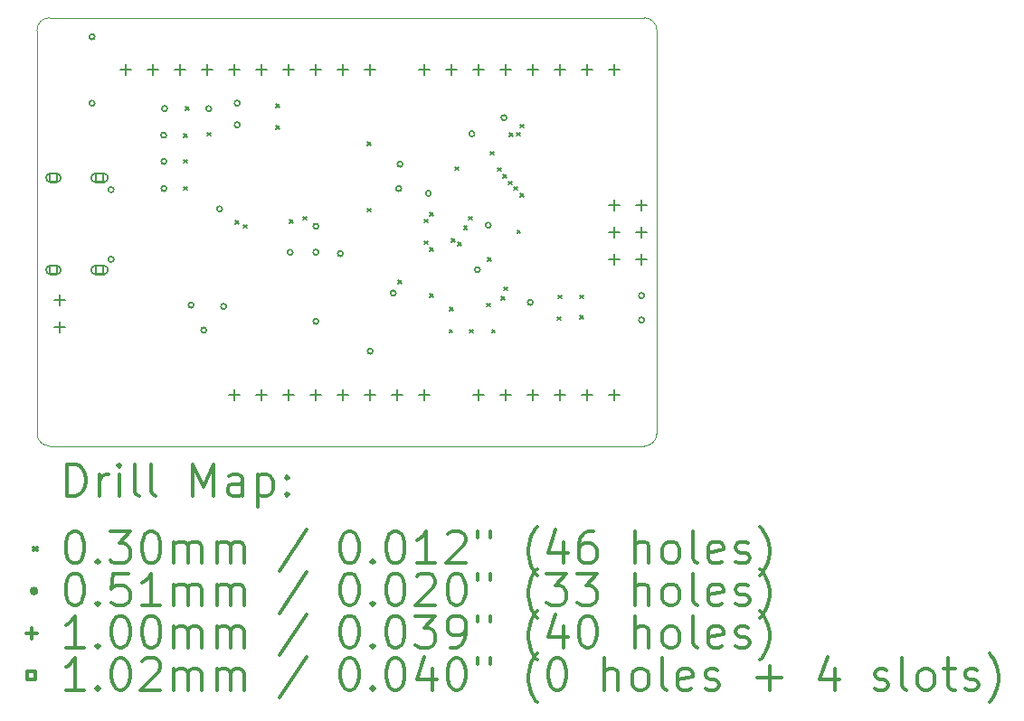
<source format=gbr>
%FSLAX45Y45*%
G04 Gerber Fmt 4.5, Leading zero omitted, Abs format (unit mm)*
G04 Created by KiCad (PCBNEW (5.1.2-1)-1) date 2019-12-21 14:34:48*
%MOMM*%
%LPD*%
G04 APERTURE LIST*
%ADD10C,0.050000*%
%ADD11C,0.049987*%
%ADD12C,0.200000*%
%ADD13C,0.300000*%
G04 APERTURE END LIST*
D10*
X1315720Y-14502280D02*
X6883400Y-14503400D01*
X1315720Y-18515480D02*
X6883400Y-18516600D01*
X7000240Y-18399760D02*
X7000240Y-14620240D01*
X1199023Y-14620240D02*
X1200000Y-18399760D01*
D11*
X6883400Y-14503400D02*
G75*
G02X7000240Y-14620240I0J-116840D01*
G01*
X7000240Y-18399760D02*
G75*
G02X6883400Y-18516600I-116840J0D01*
G01*
X1315720Y-18515480D02*
G75*
G02X1200000Y-18399760I0J115720D01*
G01*
X1199023Y-14620240D02*
G75*
G02X1315720Y-14502280I117967J0D01*
G01*
D12*
X2575800Y-15593300D02*
X2605800Y-15623300D01*
X2605800Y-15593300D02*
X2575800Y-15623300D01*
X2575800Y-15834600D02*
X2605800Y-15864600D01*
X2605800Y-15834600D02*
X2575800Y-15864600D01*
X2575800Y-16088600D02*
X2605800Y-16118600D01*
X2605800Y-16088600D02*
X2575800Y-16118600D01*
X2588500Y-15339300D02*
X2618500Y-15369300D01*
X2618500Y-15339300D02*
X2588500Y-15369300D01*
X2791700Y-15580600D02*
X2821700Y-15610600D01*
X2821700Y-15580600D02*
X2791700Y-15610600D01*
X3058400Y-16402650D02*
X3088400Y-16432650D01*
X3088400Y-16402650D02*
X3058400Y-16432650D01*
X3134600Y-16444200D02*
X3164600Y-16474200D01*
X3164600Y-16444200D02*
X3134600Y-16474200D01*
X3439400Y-15310999D02*
X3469400Y-15340999D01*
X3469400Y-15310999D02*
X3439400Y-15340999D01*
X3439400Y-15517100D02*
X3469400Y-15547100D01*
X3469400Y-15517100D02*
X3439400Y-15547100D01*
X3563700Y-16396300D02*
X3593700Y-16426300D01*
X3593700Y-16396300D02*
X3563700Y-16426300D01*
X3693400Y-16368000D02*
X3723400Y-16398000D01*
X3723400Y-16368000D02*
X3693400Y-16398000D01*
X4290300Y-15669500D02*
X4320300Y-15699500D01*
X4320300Y-15669500D02*
X4290300Y-15699500D01*
X4290300Y-16291800D02*
X4320300Y-16321800D01*
X4320300Y-16291800D02*
X4290300Y-16321800D01*
X4582400Y-16964900D02*
X4612400Y-16994900D01*
X4612400Y-16964900D02*
X4582400Y-16994900D01*
X4823700Y-16393400D02*
X4853700Y-16423400D01*
X4853700Y-16393400D02*
X4823700Y-16423400D01*
X4823700Y-16596600D02*
X4853700Y-16626600D01*
X4853700Y-16596600D02*
X4823700Y-16626600D01*
X4874500Y-16329900D02*
X4904500Y-16359900D01*
X4904500Y-16329900D02*
X4874500Y-16359900D01*
X4874500Y-16660100D02*
X4904500Y-16690100D01*
X4904500Y-16660100D02*
X4874500Y-16690100D01*
X4877071Y-17089329D02*
X4907071Y-17119329D01*
X4907071Y-17089329D02*
X4877071Y-17119329D01*
X5060000Y-17425000D02*
X5090000Y-17455000D01*
X5090000Y-17425000D02*
X5060000Y-17455000D01*
X5065000Y-17218900D02*
X5095000Y-17248900D01*
X5095000Y-17218900D02*
X5065000Y-17248900D01*
X5078171Y-16571671D02*
X5108171Y-16601671D01*
X5108171Y-16571671D02*
X5078171Y-16601671D01*
X5113679Y-15900221D02*
X5143679Y-15930221D01*
X5143679Y-15900221D02*
X5113679Y-15930221D01*
X5141200Y-16609300D02*
X5171200Y-16639300D01*
X5171200Y-16609300D02*
X5141200Y-16639300D01*
X5192941Y-16456900D02*
X5222941Y-16486900D01*
X5222941Y-16456900D02*
X5192941Y-16486900D01*
X5240841Y-16368000D02*
X5270841Y-16398000D01*
X5270841Y-16368000D02*
X5240841Y-16398000D01*
X5250000Y-17425000D02*
X5280000Y-17455000D01*
X5280000Y-17425000D02*
X5250000Y-17455000D01*
X5407900Y-17180800D02*
X5437900Y-17210800D01*
X5437900Y-17180800D02*
X5407900Y-17210800D01*
X5416685Y-16752915D02*
X5446685Y-16782915D01*
X5446685Y-16752915D02*
X5416685Y-16782915D01*
X5446000Y-15758400D02*
X5476000Y-15788400D01*
X5476000Y-15758400D02*
X5446000Y-15788400D01*
X5455000Y-17425000D02*
X5485000Y-17455000D01*
X5485000Y-17425000D02*
X5455000Y-17455000D01*
X5509500Y-15910800D02*
X5539500Y-15940800D01*
X5539500Y-15910800D02*
X5509500Y-15940800D01*
X5547600Y-17117300D02*
X5577600Y-17147300D01*
X5577600Y-17117300D02*
X5547600Y-17147300D01*
X5560300Y-15974300D02*
X5590300Y-16004300D01*
X5590300Y-15974300D02*
X5560300Y-16004300D01*
X5573000Y-17028400D02*
X5603000Y-17058400D01*
X5603000Y-17028400D02*
X5573000Y-17058400D01*
X5611100Y-16037800D02*
X5641100Y-16067800D01*
X5641100Y-16037800D02*
X5611100Y-16067800D01*
X5619570Y-15584829D02*
X5649570Y-15614829D01*
X5649570Y-15584829D02*
X5619570Y-15614829D01*
X5661900Y-16088600D02*
X5691900Y-16118600D01*
X5691900Y-16088600D02*
X5661900Y-16118600D01*
X5687300Y-15580600D02*
X5717300Y-15610600D01*
X5717300Y-15580600D02*
X5687300Y-15610600D01*
X5693720Y-16495000D02*
X5723720Y-16525000D01*
X5723720Y-16495000D02*
X5693720Y-16525000D01*
X5725399Y-16152100D02*
X5755399Y-16182100D01*
X5755399Y-16152100D02*
X5725399Y-16182100D01*
X5725400Y-15504400D02*
X5755400Y-15534400D01*
X5755400Y-15504400D02*
X5725400Y-15534400D01*
X6068300Y-17307800D02*
X6098300Y-17337800D01*
X6098300Y-17307800D02*
X6068300Y-17337800D01*
X6081000Y-17104600D02*
X6111000Y-17134600D01*
X6111000Y-17104600D02*
X6081000Y-17134600D01*
X6284200Y-17104600D02*
X6314200Y-17134600D01*
X6314200Y-17104600D02*
X6284200Y-17134600D01*
X6284200Y-17295100D02*
X6314200Y-17325100D01*
X6314200Y-17295100D02*
X6284200Y-17325100D01*
X1739900Y-14681200D02*
G75*
G03X1739900Y-14681200I-25400J0D01*
G01*
X1739900Y-15303500D02*
G75*
G03X1739900Y-15303500I-25400J0D01*
G01*
X1917700Y-16114001D02*
G75*
G03X1917700Y-16114001I-25400J0D01*
G01*
X1917700Y-16766299D02*
G75*
G03X1917700Y-16766299I-25400J0D01*
G01*
X2410460Y-15603220D02*
G75*
G03X2410460Y-15603220I-25400J0D01*
G01*
X2413000Y-15849600D02*
G75*
G03X2413000Y-15849600I-25400J0D01*
G01*
X2413000Y-16103600D02*
G75*
G03X2413000Y-16103600I-25400J0D01*
G01*
X2418080Y-15354300D02*
G75*
G03X2418080Y-15354300I-25400J0D01*
G01*
X2667000Y-17195800D02*
G75*
G03X2667000Y-17195800I-25400J0D01*
G01*
X2785400Y-17430000D02*
G75*
G03X2785400Y-17430000I-25400J0D01*
G01*
X2832100Y-15354300D02*
G75*
G03X2832100Y-15354300I-25400J0D01*
G01*
X2933700Y-16294100D02*
G75*
G03X2933700Y-16294100I-25400J0D01*
G01*
X2971800Y-17208500D02*
G75*
G03X2971800Y-17208500I-25400J0D01*
G01*
X3098800Y-15303500D02*
G75*
G03X3098800Y-15303500I-25400J0D01*
G01*
X3098800Y-15303500D02*
G75*
G03X3098800Y-15303500I-25400J0D01*
G01*
X3098800Y-15506700D02*
G75*
G03X3098800Y-15506700I-25400J0D01*
G01*
X3594100Y-16700500D02*
G75*
G03X3594100Y-16700500I-25400J0D01*
G01*
X3835400Y-16456949D02*
G75*
G03X3835400Y-16456949I-25400J0D01*
G01*
X3835400Y-16700500D02*
G75*
G03X3835400Y-16700500I-25400J0D01*
G01*
X3835400Y-17348200D02*
G75*
G03X3835400Y-17348200I-25400J0D01*
G01*
X4064000Y-16713200D02*
G75*
G03X4064000Y-16713200I-25400J0D01*
G01*
X4343400Y-17627600D02*
G75*
G03X4343400Y-17627600I-25400J0D01*
G01*
X4558472Y-17082328D02*
G75*
G03X4558472Y-17082328I-25400J0D01*
G01*
X4610100Y-16103600D02*
G75*
G03X4610100Y-16103600I-25400J0D01*
G01*
X4622800Y-15875000D02*
G75*
G03X4622800Y-15875000I-25400J0D01*
G01*
X4887250Y-16149259D02*
G75*
G03X4887250Y-16149259I-25400J0D01*
G01*
X5295400Y-15590000D02*
G75*
G03X5295400Y-15590000I-25400J0D01*
G01*
X5346700Y-16863808D02*
G75*
G03X5346700Y-16863808I-25400J0D01*
G01*
X5448300Y-16446500D02*
G75*
G03X5448300Y-16446500I-25400J0D01*
G01*
X5595400Y-15440000D02*
G75*
G03X5595400Y-15440000I-25400J0D01*
G01*
X5842000Y-17170400D02*
G75*
G03X5842000Y-17170400I-25400J0D01*
G01*
X6883400Y-17106900D02*
G75*
G03X6883400Y-17106900I-25400J0D01*
G01*
X6883400Y-17335500D02*
G75*
G03X6883400Y-17335500I-25400J0D01*
G01*
X4826000Y-14936000D02*
X4826000Y-15036000D01*
X4776000Y-14986000D02*
X4876000Y-14986000D01*
X5080000Y-14936000D02*
X5080000Y-15036000D01*
X5030000Y-14986000D02*
X5130000Y-14986000D01*
X5334000Y-14936000D02*
X5334000Y-15036000D01*
X5284000Y-14986000D02*
X5384000Y-14986000D01*
X5588000Y-14936000D02*
X5588000Y-15036000D01*
X5538000Y-14986000D02*
X5638000Y-14986000D01*
X5842000Y-14936000D02*
X5842000Y-15036000D01*
X5792000Y-14986000D02*
X5892000Y-14986000D01*
X6096000Y-14936000D02*
X6096000Y-15036000D01*
X6046000Y-14986000D02*
X6146000Y-14986000D01*
X6350000Y-14936000D02*
X6350000Y-15036000D01*
X6300000Y-14986000D02*
X6400000Y-14986000D01*
X6604000Y-14936000D02*
X6604000Y-15036000D01*
X6554000Y-14986000D02*
X6654000Y-14986000D01*
X6604000Y-16206000D02*
X6604000Y-16306000D01*
X6554000Y-16256000D02*
X6654000Y-16256000D01*
X6604000Y-16460000D02*
X6604000Y-16560000D01*
X6554000Y-16510000D02*
X6654000Y-16510000D01*
X6604000Y-16714000D02*
X6604000Y-16814000D01*
X6554000Y-16764000D02*
X6654000Y-16764000D01*
X6858000Y-16206000D02*
X6858000Y-16306000D01*
X6808000Y-16256000D02*
X6908000Y-16256000D01*
X6858000Y-16460000D02*
X6858000Y-16560000D01*
X6808000Y-16510000D02*
X6908000Y-16510000D01*
X6858000Y-16714000D02*
X6858000Y-16814000D01*
X6808000Y-16764000D02*
X6908000Y-16764000D01*
X5334000Y-17984000D02*
X5334000Y-18084000D01*
X5284000Y-18034000D02*
X5384000Y-18034000D01*
X5588000Y-17984000D02*
X5588000Y-18084000D01*
X5538000Y-18034000D02*
X5638000Y-18034000D01*
X5842000Y-17984000D02*
X5842000Y-18084000D01*
X5792000Y-18034000D02*
X5892000Y-18034000D01*
X6096000Y-17984000D02*
X6096000Y-18084000D01*
X6046000Y-18034000D02*
X6146000Y-18034000D01*
X6350000Y-17984000D02*
X6350000Y-18084000D01*
X6300000Y-18034000D02*
X6400000Y-18034000D01*
X6604000Y-17984000D02*
X6604000Y-18084000D01*
X6554000Y-18034000D02*
X6654000Y-18034000D01*
X2032000Y-14936000D02*
X2032000Y-15036000D01*
X1982000Y-14986000D02*
X2082000Y-14986000D01*
X2286000Y-14936000D02*
X2286000Y-15036000D01*
X2236000Y-14986000D02*
X2336000Y-14986000D01*
X2540000Y-14936000D02*
X2540000Y-15036000D01*
X2490000Y-14986000D02*
X2590000Y-14986000D01*
X2794000Y-14936000D02*
X2794000Y-15036000D01*
X2744000Y-14986000D02*
X2844000Y-14986000D01*
X3048000Y-14936000D02*
X3048000Y-15036000D01*
X2998000Y-14986000D02*
X3098000Y-14986000D01*
X3302000Y-14936000D02*
X3302000Y-15036000D01*
X3252000Y-14986000D02*
X3352000Y-14986000D01*
X3556000Y-14936000D02*
X3556000Y-15036000D01*
X3506000Y-14986000D02*
X3606000Y-14986000D01*
X3810000Y-14936000D02*
X3810000Y-15036000D01*
X3760000Y-14986000D02*
X3860000Y-14986000D01*
X4064000Y-14936000D02*
X4064000Y-15036000D01*
X4014000Y-14986000D02*
X4114000Y-14986000D01*
X4318000Y-14936000D02*
X4318000Y-15036000D01*
X4268000Y-14986000D02*
X4368000Y-14986000D01*
X1410000Y-17100000D02*
X1410000Y-17200000D01*
X1360000Y-17150000D02*
X1460000Y-17150000D01*
X1410000Y-17354000D02*
X1410000Y-17454000D01*
X1360000Y-17404000D02*
X1460000Y-17404000D01*
X3048000Y-17984000D02*
X3048000Y-18084000D01*
X2998000Y-18034000D02*
X3098000Y-18034000D01*
X3302000Y-17984000D02*
X3302000Y-18084000D01*
X3252000Y-18034000D02*
X3352000Y-18034000D01*
X3556000Y-17984000D02*
X3556000Y-18084000D01*
X3506000Y-18034000D02*
X3606000Y-18034000D01*
X3810000Y-17984000D02*
X3810000Y-18084000D01*
X3760000Y-18034000D02*
X3860000Y-18034000D01*
X4064000Y-17984000D02*
X4064000Y-18084000D01*
X4014000Y-18034000D02*
X4114000Y-18034000D01*
X4318000Y-17984000D02*
X4318000Y-18084000D01*
X4268000Y-18034000D02*
X4368000Y-18034000D01*
X4572000Y-17984000D02*
X4572000Y-18084000D01*
X4522000Y-18034000D02*
X4622000Y-18034000D01*
X4826000Y-17984000D02*
X4826000Y-18084000D01*
X4776000Y-18034000D02*
X4876000Y-18034000D01*
X1389921Y-16037921D02*
X1389921Y-15966079D01*
X1318079Y-15966079D01*
X1318079Y-16037921D01*
X1389921Y-16037921D01*
X1381940Y-15961200D02*
X1326060Y-15961200D01*
X1381940Y-16042800D02*
X1326060Y-16042800D01*
X1326060Y-15961200D02*
G75*
G03X1326060Y-16042800I0J-40800D01*
G01*
X1381940Y-16042800D02*
G75*
G03X1381940Y-15961200I0J40800D01*
G01*
X1389921Y-16901521D02*
X1389921Y-16829679D01*
X1318079Y-16829679D01*
X1318079Y-16901521D01*
X1389921Y-16901521D01*
X1381940Y-16824800D02*
X1326060Y-16824800D01*
X1381940Y-16906400D02*
X1326060Y-16906400D01*
X1326060Y-16824800D02*
G75*
G03X1326060Y-16906400I0J-40800D01*
G01*
X1381940Y-16906400D02*
G75*
G03X1381940Y-16824800I0J40800D01*
G01*
X1821721Y-16037921D02*
X1821721Y-15966079D01*
X1749879Y-15966079D01*
X1749879Y-16037921D01*
X1821721Y-16037921D01*
X1823900Y-15961200D02*
X1747700Y-15961200D01*
X1823900Y-16042800D02*
X1747700Y-16042800D01*
X1747700Y-15961200D02*
G75*
G03X1747700Y-16042800I0J-40800D01*
G01*
X1823900Y-16042800D02*
G75*
G03X1823900Y-15961200I0J40800D01*
G01*
X1821721Y-16901521D02*
X1821721Y-16829679D01*
X1749879Y-16829679D01*
X1749879Y-16901521D01*
X1821721Y-16901521D01*
X1823900Y-16824800D02*
X1747700Y-16824800D01*
X1823900Y-16906400D02*
X1747700Y-16906400D01*
X1747700Y-16824800D02*
G75*
G03X1747700Y-16906400I0J-40800D01*
G01*
X1823900Y-16906400D02*
G75*
G03X1823900Y-16824800I0J40800D01*
G01*
D13*
X1482952Y-18984814D02*
X1482952Y-18684814D01*
X1554380Y-18684814D01*
X1597237Y-18699100D01*
X1625809Y-18727672D01*
X1640094Y-18756243D01*
X1654380Y-18813386D01*
X1654380Y-18856243D01*
X1640094Y-18913386D01*
X1625809Y-18941957D01*
X1597237Y-18970529D01*
X1554380Y-18984814D01*
X1482952Y-18984814D01*
X1782952Y-18984814D02*
X1782952Y-18784814D01*
X1782952Y-18841957D02*
X1797237Y-18813386D01*
X1811523Y-18799100D01*
X1840094Y-18784814D01*
X1868666Y-18784814D01*
X1968666Y-18984814D02*
X1968666Y-18784814D01*
X1968666Y-18684814D02*
X1954380Y-18699100D01*
X1968666Y-18713386D01*
X1982952Y-18699100D01*
X1968666Y-18684814D01*
X1968666Y-18713386D01*
X2154380Y-18984814D02*
X2125809Y-18970529D01*
X2111523Y-18941957D01*
X2111523Y-18684814D01*
X2311523Y-18984814D02*
X2282952Y-18970529D01*
X2268666Y-18941957D01*
X2268666Y-18684814D01*
X2654380Y-18984814D02*
X2654380Y-18684814D01*
X2754380Y-18899100D01*
X2854380Y-18684814D01*
X2854380Y-18984814D01*
X3125809Y-18984814D02*
X3125809Y-18827672D01*
X3111523Y-18799100D01*
X3082952Y-18784814D01*
X3025809Y-18784814D01*
X2997237Y-18799100D01*
X3125809Y-18970529D02*
X3097237Y-18984814D01*
X3025809Y-18984814D01*
X2997237Y-18970529D01*
X2982952Y-18941957D01*
X2982952Y-18913386D01*
X2997237Y-18884814D01*
X3025809Y-18870529D01*
X3097237Y-18870529D01*
X3125809Y-18856243D01*
X3268666Y-18784814D02*
X3268666Y-19084814D01*
X3268666Y-18799100D02*
X3297237Y-18784814D01*
X3354380Y-18784814D01*
X3382952Y-18799100D01*
X3397237Y-18813386D01*
X3411523Y-18841957D01*
X3411523Y-18927672D01*
X3397237Y-18956243D01*
X3382952Y-18970529D01*
X3354380Y-18984814D01*
X3297237Y-18984814D01*
X3268666Y-18970529D01*
X3540094Y-18956243D02*
X3554380Y-18970529D01*
X3540094Y-18984814D01*
X3525809Y-18970529D01*
X3540094Y-18956243D01*
X3540094Y-18984814D01*
X3540094Y-18799100D02*
X3554380Y-18813386D01*
X3540094Y-18827672D01*
X3525809Y-18813386D01*
X3540094Y-18799100D01*
X3540094Y-18827672D01*
X1166523Y-19464100D02*
X1196523Y-19494100D01*
X1196523Y-19464100D02*
X1166523Y-19494100D01*
X1540094Y-19314814D02*
X1568666Y-19314814D01*
X1597237Y-19329100D01*
X1611523Y-19343386D01*
X1625809Y-19371957D01*
X1640094Y-19429100D01*
X1640094Y-19500529D01*
X1625809Y-19557672D01*
X1611523Y-19586243D01*
X1597237Y-19600529D01*
X1568666Y-19614814D01*
X1540094Y-19614814D01*
X1511523Y-19600529D01*
X1497237Y-19586243D01*
X1482952Y-19557672D01*
X1468666Y-19500529D01*
X1468666Y-19429100D01*
X1482952Y-19371957D01*
X1497237Y-19343386D01*
X1511523Y-19329100D01*
X1540094Y-19314814D01*
X1768666Y-19586243D02*
X1782952Y-19600529D01*
X1768666Y-19614814D01*
X1754380Y-19600529D01*
X1768666Y-19586243D01*
X1768666Y-19614814D01*
X1882952Y-19314814D02*
X2068666Y-19314814D01*
X1968666Y-19429100D01*
X2011523Y-19429100D01*
X2040094Y-19443386D01*
X2054380Y-19457672D01*
X2068666Y-19486243D01*
X2068666Y-19557672D01*
X2054380Y-19586243D01*
X2040094Y-19600529D01*
X2011523Y-19614814D01*
X1925809Y-19614814D01*
X1897237Y-19600529D01*
X1882952Y-19586243D01*
X2254380Y-19314814D02*
X2282952Y-19314814D01*
X2311523Y-19329100D01*
X2325809Y-19343386D01*
X2340095Y-19371957D01*
X2354380Y-19429100D01*
X2354380Y-19500529D01*
X2340095Y-19557672D01*
X2325809Y-19586243D01*
X2311523Y-19600529D01*
X2282952Y-19614814D01*
X2254380Y-19614814D01*
X2225809Y-19600529D01*
X2211523Y-19586243D01*
X2197237Y-19557672D01*
X2182952Y-19500529D01*
X2182952Y-19429100D01*
X2197237Y-19371957D01*
X2211523Y-19343386D01*
X2225809Y-19329100D01*
X2254380Y-19314814D01*
X2482952Y-19614814D02*
X2482952Y-19414814D01*
X2482952Y-19443386D02*
X2497237Y-19429100D01*
X2525809Y-19414814D01*
X2568666Y-19414814D01*
X2597237Y-19429100D01*
X2611523Y-19457672D01*
X2611523Y-19614814D01*
X2611523Y-19457672D02*
X2625809Y-19429100D01*
X2654380Y-19414814D01*
X2697237Y-19414814D01*
X2725809Y-19429100D01*
X2740095Y-19457672D01*
X2740095Y-19614814D01*
X2882952Y-19614814D02*
X2882952Y-19414814D01*
X2882952Y-19443386D02*
X2897237Y-19429100D01*
X2925809Y-19414814D01*
X2968666Y-19414814D01*
X2997237Y-19429100D01*
X3011523Y-19457672D01*
X3011523Y-19614814D01*
X3011523Y-19457672D02*
X3025809Y-19429100D01*
X3054380Y-19414814D01*
X3097237Y-19414814D01*
X3125809Y-19429100D01*
X3140094Y-19457672D01*
X3140094Y-19614814D01*
X3725809Y-19300529D02*
X3468666Y-19686243D01*
X4111523Y-19314814D02*
X4140094Y-19314814D01*
X4168666Y-19329100D01*
X4182952Y-19343386D01*
X4197237Y-19371957D01*
X4211523Y-19429100D01*
X4211523Y-19500529D01*
X4197237Y-19557672D01*
X4182952Y-19586243D01*
X4168666Y-19600529D01*
X4140094Y-19614814D01*
X4111523Y-19614814D01*
X4082952Y-19600529D01*
X4068666Y-19586243D01*
X4054380Y-19557672D01*
X4040094Y-19500529D01*
X4040094Y-19429100D01*
X4054380Y-19371957D01*
X4068666Y-19343386D01*
X4082952Y-19329100D01*
X4111523Y-19314814D01*
X4340095Y-19586243D02*
X4354380Y-19600529D01*
X4340095Y-19614814D01*
X4325809Y-19600529D01*
X4340095Y-19586243D01*
X4340095Y-19614814D01*
X4540095Y-19314814D02*
X4568666Y-19314814D01*
X4597237Y-19329100D01*
X4611523Y-19343386D01*
X4625809Y-19371957D01*
X4640095Y-19429100D01*
X4640095Y-19500529D01*
X4625809Y-19557672D01*
X4611523Y-19586243D01*
X4597237Y-19600529D01*
X4568666Y-19614814D01*
X4540095Y-19614814D01*
X4511523Y-19600529D01*
X4497237Y-19586243D01*
X4482952Y-19557672D01*
X4468666Y-19500529D01*
X4468666Y-19429100D01*
X4482952Y-19371957D01*
X4497237Y-19343386D01*
X4511523Y-19329100D01*
X4540095Y-19314814D01*
X4925809Y-19614814D02*
X4754380Y-19614814D01*
X4840095Y-19614814D02*
X4840095Y-19314814D01*
X4811523Y-19357672D01*
X4782952Y-19386243D01*
X4754380Y-19400529D01*
X5040095Y-19343386D02*
X5054380Y-19329100D01*
X5082952Y-19314814D01*
X5154380Y-19314814D01*
X5182952Y-19329100D01*
X5197237Y-19343386D01*
X5211523Y-19371957D01*
X5211523Y-19400529D01*
X5197237Y-19443386D01*
X5025809Y-19614814D01*
X5211523Y-19614814D01*
X5325809Y-19314814D02*
X5325809Y-19371957D01*
X5440095Y-19314814D02*
X5440095Y-19371957D01*
X5882952Y-19729100D02*
X5868666Y-19714814D01*
X5840094Y-19671957D01*
X5825809Y-19643386D01*
X5811523Y-19600529D01*
X5797237Y-19529100D01*
X5797237Y-19471957D01*
X5811523Y-19400529D01*
X5825809Y-19357672D01*
X5840094Y-19329100D01*
X5868666Y-19286243D01*
X5882952Y-19271957D01*
X6125809Y-19414814D02*
X6125809Y-19614814D01*
X6054380Y-19300529D02*
X5982952Y-19514814D01*
X6168666Y-19514814D01*
X6411523Y-19314814D02*
X6354380Y-19314814D01*
X6325809Y-19329100D01*
X6311523Y-19343386D01*
X6282952Y-19386243D01*
X6268666Y-19443386D01*
X6268666Y-19557672D01*
X6282952Y-19586243D01*
X6297237Y-19600529D01*
X6325809Y-19614814D01*
X6382952Y-19614814D01*
X6411523Y-19600529D01*
X6425809Y-19586243D01*
X6440094Y-19557672D01*
X6440094Y-19486243D01*
X6425809Y-19457672D01*
X6411523Y-19443386D01*
X6382952Y-19429100D01*
X6325809Y-19429100D01*
X6297237Y-19443386D01*
X6282952Y-19457672D01*
X6268666Y-19486243D01*
X6797237Y-19614814D02*
X6797237Y-19314814D01*
X6925809Y-19614814D02*
X6925809Y-19457672D01*
X6911523Y-19429100D01*
X6882952Y-19414814D01*
X6840094Y-19414814D01*
X6811523Y-19429100D01*
X6797237Y-19443386D01*
X7111523Y-19614814D02*
X7082952Y-19600529D01*
X7068666Y-19586243D01*
X7054380Y-19557672D01*
X7054380Y-19471957D01*
X7068666Y-19443386D01*
X7082952Y-19429100D01*
X7111523Y-19414814D01*
X7154380Y-19414814D01*
X7182952Y-19429100D01*
X7197237Y-19443386D01*
X7211523Y-19471957D01*
X7211523Y-19557672D01*
X7197237Y-19586243D01*
X7182952Y-19600529D01*
X7154380Y-19614814D01*
X7111523Y-19614814D01*
X7382952Y-19614814D02*
X7354380Y-19600529D01*
X7340094Y-19571957D01*
X7340094Y-19314814D01*
X7611523Y-19600529D02*
X7582952Y-19614814D01*
X7525809Y-19614814D01*
X7497237Y-19600529D01*
X7482952Y-19571957D01*
X7482952Y-19457672D01*
X7497237Y-19429100D01*
X7525809Y-19414814D01*
X7582952Y-19414814D01*
X7611523Y-19429100D01*
X7625809Y-19457672D01*
X7625809Y-19486243D01*
X7482952Y-19514814D01*
X7740094Y-19600529D02*
X7768666Y-19614814D01*
X7825809Y-19614814D01*
X7854380Y-19600529D01*
X7868666Y-19571957D01*
X7868666Y-19557672D01*
X7854380Y-19529100D01*
X7825809Y-19514814D01*
X7782952Y-19514814D01*
X7754380Y-19500529D01*
X7740094Y-19471957D01*
X7740094Y-19457672D01*
X7754380Y-19429100D01*
X7782952Y-19414814D01*
X7825809Y-19414814D01*
X7854380Y-19429100D01*
X7968666Y-19729100D02*
X7982952Y-19714814D01*
X8011523Y-19671957D01*
X8025809Y-19643386D01*
X8040094Y-19600529D01*
X8054380Y-19529100D01*
X8054380Y-19471957D01*
X8040094Y-19400529D01*
X8025809Y-19357672D01*
X8011523Y-19329100D01*
X7982952Y-19286243D01*
X7968666Y-19271957D01*
X1196523Y-19875100D02*
G75*
G03X1196523Y-19875100I-25400J0D01*
G01*
X1540094Y-19710814D02*
X1568666Y-19710814D01*
X1597237Y-19725100D01*
X1611523Y-19739386D01*
X1625809Y-19767957D01*
X1640094Y-19825100D01*
X1640094Y-19896529D01*
X1625809Y-19953672D01*
X1611523Y-19982243D01*
X1597237Y-19996529D01*
X1568666Y-20010814D01*
X1540094Y-20010814D01*
X1511523Y-19996529D01*
X1497237Y-19982243D01*
X1482952Y-19953672D01*
X1468666Y-19896529D01*
X1468666Y-19825100D01*
X1482952Y-19767957D01*
X1497237Y-19739386D01*
X1511523Y-19725100D01*
X1540094Y-19710814D01*
X1768666Y-19982243D02*
X1782952Y-19996529D01*
X1768666Y-20010814D01*
X1754380Y-19996529D01*
X1768666Y-19982243D01*
X1768666Y-20010814D01*
X2054380Y-19710814D02*
X1911523Y-19710814D01*
X1897237Y-19853672D01*
X1911523Y-19839386D01*
X1940094Y-19825100D01*
X2011523Y-19825100D01*
X2040094Y-19839386D01*
X2054380Y-19853672D01*
X2068666Y-19882243D01*
X2068666Y-19953672D01*
X2054380Y-19982243D01*
X2040094Y-19996529D01*
X2011523Y-20010814D01*
X1940094Y-20010814D01*
X1911523Y-19996529D01*
X1897237Y-19982243D01*
X2354380Y-20010814D02*
X2182952Y-20010814D01*
X2268666Y-20010814D02*
X2268666Y-19710814D01*
X2240095Y-19753672D01*
X2211523Y-19782243D01*
X2182952Y-19796529D01*
X2482952Y-20010814D02*
X2482952Y-19810814D01*
X2482952Y-19839386D02*
X2497237Y-19825100D01*
X2525809Y-19810814D01*
X2568666Y-19810814D01*
X2597237Y-19825100D01*
X2611523Y-19853672D01*
X2611523Y-20010814D01*
X2611523Y-19853672D02*
X2625809Y-19825100D01*
X2654380Y-19810814D01*
X2697237Y-19810814D01*
X2725809Y-19825100D01*
X2740095Y-19853672D01*
X2740095Y-20010814D01*
X2882952Y-20010814D02*
X2882952Y-19810814D01*
X2882952Y-19839386D02*
X2897237Y-19825100D01*
X2925809Y-19810814D01*
X2968666Y-19810814D01*
X2997237Y-19825100D01*
X3011523Y-19853672D01*
X3011523Y-20010814D01*
X3011523Y-19853672D02*
X3025809Y-19825100D01*
X3054380Y-19810814D01*
X3097237Y-19810814D01*
X3125809Y-19825100D01*
X3140094Y-19853672D01*
X3140094Y-20010814D01*
X3725809Y-19696529D02*
X3468666Y-20082243D01*
X4111523Y-19710814D02*
X4140094Y-19710814D01*
X4168666Y-19725100D01*
X4182952Y-19739386D01*
X4197237Y-19767957D01*
X4211523Y-19825100D01*
X4211523Y-19896529D01*
X4197237Y-19953672D01*
X4182952Y-19982243D01*
X4168666Y-19996529D01*
X4140094Y-20010814D01*
X4111523Y-20010814D01*
X4082952Y-19996529D01*
X4068666Y-19982243D01*
X4054380Y-19953672D01*
X4040094Y-19896529D01*
X4040094Y-19825100D01*
X4054380Y-19767957D01*
X4068666Y-19739386D01*
X4082952Y-19725100D01*
X4111523Y-19710814D01*
X4340095Y-19982243D02*
X4354380Y-19996529D01*
X4340095Y-20010814D01*
X4325809Y-19996529D01*
X4340095Y-19982243D01*
X4340095Y-20010814D01*
X4540095Y-19710814D02*
X4568666Y-19710814D01*
X4597237Y-19725100D01*
X4611523Y-19739386D01*
X4625809Y-19767957D01*
X4640095Y-19825100D01*
X4640095Y-19896529D01*
X4625809Y-19953672D01*
X4611523Y-19982243D01*
X4597237Y-19996529D01*
X4568666Y-20010814D01*
X4540095Y-20010814D01*
X4511523Y-19996529D01*
X4497237Y-19982243D01*
X4482952Y-19953672D01*
X4468666Y-19896529D01*
X4468666Y-19825100D01*
X4482952Y-19767957D01*
X4497237Y-19739386D01*
X4511523Y-19725100D01*
X4540095Y-19710814D01*
X4754380Y-19739386D02*
X4768666Y-19725100D01*
X4797237Y-19710814D01*
X4868666Y-19710814D01*
X4897237Y-19725100D01*
X4911523Y-19739386D01*
X4925809Y-19767957D01*
X4925809Y-19796529D01*
X4911523Y-19839386D01*
X4740095Y-20010814D01*
X4925809Y-20010814D01*
X5111523Y-19710814D02*
X5140095Y-19710814D01*
X5168666Y-19725100D01*
X5182952Y-19739386D01*
X5197237Y-19767957D01*
X5211523Y-19825100D01*
X5211523Y-19896529D01*
X5197237Y-19953672D01*
X5182952Y-19982243D01*
X5168666Y-19996529D01*
X5140095Y-20010814D01*
X5111523Y-20010814D01*
X5082952Y-19996529D01*
X5068666Y-19982243D01*
X5054380Y-19953672D01*
X5040095Y-19896529D01*
X5040095Y-19825100D01*
X5054380Y-19767957D01*
X5068666Y-19739386D01*
X5082952Y-19725100D01*
X5111523Y-19710814D01*
X5325809Y-19710814D02*
X5325809Y-19767957D01*
X5440095Y-19710814D02*
X5440095Y-19767957D01*
X5882952Y-20125100D02*
X5868666Y-20110814D01*
X5840094Y-20067957D01*
X5825809Y-20039386D01*
X5811523Y-19996529D01*
X5797237Y-19925100D01*
X5797237Y-19867957D01*
X5811523Y-19796529D01*
X5825809Y-19753672D01*
X5840094Y-19725100D01*
X5868666Y-19682243D01*
X5882952Y-19667957D01*
X5968666Y-19710814D02*
X6154380Y-19710814D01*
X6054380Y-19825100D01*
X6097237Y-19825100D01*
X6125809Y-19839386D01*
X6140094Y-19853672D01*
X6154380Y-19882243D01*
X6154380Y-19953672D01*
X6140094Y-19982243D01*
X6125809Y-19996529D01*
X6097237Y-20010814D01*
X6011523Y-20010814D01*
X5982952Y-19996529D01*
X5968666Y-19982243D01*
X6254380Y-19710814D02*
X6440094Y-19710814D01*
X6340094Y-19825100D01*
X6382952Y-19825100D01*
X6411523Y-19839386D01*
X6425809Y-19853672D01*
X6440094Y-19882243D01*
X6440094Y-19953672D01*
X6425809Y-19982243D01*
X6411523Y-19996529D01*
X6382952Y-20010814D01*
X6297237Y-20010814D01*
X6268666Y-19996529D01*
X6254380Y-19982243D01*
X6797237Y-20010814D02*
X6797237Y-19710814D01*
X6925809Y-20010814D02*
X6925809Y-19853672D01*
X6911523Y-19825100D01*
X6882952Y-19810814D01*
X6840094Y-19810814D01*
X6811523Y-19825100D01*
X6797237Y-19839386D01*
X7111523Y-20010814D02*
X7082952Y-19996529D01*
X7068666Y-19982243D01*
X7054380Y-19953672D01*
X7054380Y-19867957D01*
X7068666Y-19839386D01*
X7082952Y-19825100D01*
X7111523Y-19810814D01*
X7154380Y-19810814D01*
X7182952Y-19825100D01*
X7197237Y-19839386D01*
X7211523Y-19867957D01*
X7211523Y-19953672D01*
X7197237Y-19982243D01*
X7182952Y-19996529D01*
X7154380Y-20010814D01*
X7111523Y-20010814D01*
X7382952Y-20010814D02*
X7354380Y-19996529D01*
X7340094Y-19967957D01*
X7340094Y-19710814D01*
X7611523Y-19996529D02*
X7582952Y-20010814D01*
X7525809Y-20010814D01*
X7497237Y-19996529D01*
X7482952Y-19967957D01*
X7482952Y-19853672D01*
X7497237Y-19825100D01*
X7525809Y-19810814D01*
X7582952Y-19810814D01*
X7611523Y-19825100D01*
X7625809Y-19853672D01*
X7625809Y-19882243D01*
X7482952Y-19910814D01*
X7740094Y-19996529D02*
X7768666Y-20010814D01*
X7825809Y-20010814D01*
X7854380Y-19996529D01*
X7868666Y-19967957D01*
X7868666Y-19953672D01*
X7854380Y-19925100D01*
X7825809Y-19910814D01*
X7782952Y-19910814D01*
X7754380Y-19896529D01*
X7740094Y-19867957D01*
X7740094Y-19853672D01*
X7754380Y-19825100D01*
X7782952Y-19810814D01*
X7825809Y-19810814D01*
X7854380Y-19825100D01*
X7968666Y-20125100D02*
X7982952Y-20110814D01*
X8011523Y-20067957D01*
X8025809Y-20039386D01*
X8040094Y-19996529D01*
X8054380Y-19925100D01*
X8054380Y-19867957D01*
X8040094Y-19796529D01*
X8025809Y-19753672D01*
X8011523Y-19725100D01*
X7982952Y-19682243D01*
X7968666Y-19667957D01*
X1146523Y-20221100D02*
X1146523Y-20321100D01*
X1096523Y-20271100D02*
X1196523Y-20271100D01*
X1640094Y-20406814D02*
X1468666Y-20406814D01*
X1554380Y-20406814D02*
X1554380Y-20106814D01*
X1525809Y-20149672D01*
X1497237Y-20178243D01*
X1468666Y-20192529D01*
X1768666Y-20378243D02*
X1782952Y-20392529D01*
X1768666Y-20406814D01*
X1754380Y-20392529D01*
X1768666Y-20378243D01*
X1768666Y-20406814D01*
X1968666Y-20106814D02*
X1997237Y-20106814D01*
X2025809Y-20121100D01*
X2040094Y-20135386D01*
X2054380Y-20163957D01*
X2068666Y-20221100D01*
X2068666Y-20292529D01*
X2054380Y-20349672D01*
X2040094Y-20378243D01*
X2025809Y-20392529D01*
X1997237Y-20406814D01*
X1968666Y-20406814D01*
X1940094Y-20392529D01*
X1925809Y-20378243D01*
X1911523Y-20349672D01*
X1897237Y-20292529D01*
X1897237Y-20221100D01*
X1911523Y-20163957D01*
X1925809Y-20135386D01*
X1940094Y-20121100D01*
X1968666Y-20106814D01*
X2254380Y-20106814D02*
X2282952Y-20106814D01*
X2311523Y-20121100D01*
X2325809Y-20135386D01*
X2340095Y-20163957D01*
X2354380Y-20221100D01*
X2354380Y-20292529D01*
X2340095Y-20349672D01*
X2325809Y-20378243D01*
X2311523Y-20392529D01*
X2282952Y-20406814D01*
X2254380Y-20406814D01*
X2225809Y-20392529D01*
X2211523Y-20378243D01*
X2197237Y-20349672D01*
X2182952Y-20292529D01*
X2182952Y-20221100D01*
X2197237Y-20163957D01*
X2211523Y-20135386D01*
X2225809Y-20121100D01*
X2254380Y-20106814D01*
X2482952Y-20406814D02*
X2482952Y-20206814D01*
X2482952Y-20235386D02*
X2497237Y-20221100D01*
X2525809Y-20206814D01*
X2568666Y-20206814D01*
X2597237Y-20221100D01*
X2611523Y-20249672D01*
X2611523Y-20406814D01*
X2611523Y-20249672D02*
X2625809Y-20221100D01*
X2654380Y-20206814D01*
X2697237Y-20206814D01*
X2725809Y-20221100D01*
X2740095Y-20249672D01*
X2740095Y-20406814D01*
X2882952Y-20406814D02*
X2882952Y-20206814D01*
X2882952Y-20235386D02*
X2897237Y-20221100D01*
X2925809Y-20206814D01*
X2968666Y-20206814D01*
X2997237Y-20221100D01*
X3011523Y-20249672D01*
X3011523Y-20406814D01*
X3011523Y-20249672D02*
X3025809Y-20221100D01*
X3054380Y-20206814D01*
X3097237Y-20206814D01*
X3125809Y-20221100D01*
X3140094Y-20249672D01*
X3140094Y-20406814D01*
X3725809Y-20092529D02*
X3468666Y-20478243D01*
X4111523Y-20106814D02*
X4140094Y-20106814D01*
X4168666Y-20121100D01*
X4182952Y-20135386D01*
X4197237Y-20163957D01*
X4211523Y-20221100D01*
X4211523Y-20292529D01*
X4197237Y-20349672D01*
X4182952Y-20378243D01*
X4168666Y-20392529D01*
X4140094Y-20406814D01*
X4111523Y-20406814D01*
X4082952Y-20392529D01*
X4068666Y-20378243D01*
X4054380Y-20349672D01*
X4040094Y-20292529D01*
X4040094Y-20221100D01*
X4054380Y-20163957D01*
X4068666Y-20135386D01*
X4082952Y-20121100D01*
X4111523Y-20106814D01*
X4340095Y-20378243D02*
X4354380Y-20392529D01*
X4340095Y-20406814D01*
X4325809Y-20392529D01*
X4340095Y-20378243D01*
X4340095Y-20406814D01*
X4540095Y-20106814D02*
X4568666Y-20106814D01*
X4597237Y-20121100D01*
X4611523Y-20135386D01*
X4625809Y-20163957D01*
X4640095Y-20221100D01*
X4640095Y-20292529D01*
X4625809Y-20349672D01*
X4611523Y-20378243D01*
X4597237Y-20392529D01*
X4568666Y-20406814D01*
X4540095Y-20406814D01*
X4511523Y-20392529D01*
X4497237Y-20378243D01*
X4482952Y-20349672D01*
X4468666Y-20292529D01*
X4468666Y-20221100D01*
X4482952Y-20163957D01*
X4497237Y-20135386D01*
X4511523Y-20121100D01*
X4540095Y-20106814D01*
X4740095Y-20106814D02*
X4925809Y-20106814D01*
X4825809Y-20221100D01*
X4868666Y-20221100D01*
X4897237Y-20235386D01*
X4911523Y-20249672D01*
X4925809Y-20278243D01*
X4925809Y-20349672D01*
X4911523Y-20378243D01*
X4897237Y-20392529D01*
X4868666Y-20406814D01*
X4782952Y-20406814D01*
X4754380Y-20392529D01*
X4740095Y-20378243D01*
X5068666Y-20406814D02*
X5125809Y-20406814D01*
X5154380Y-20392529D01*
X5168666Y-20378243D01*
X5197237Y-20335386D01*
X5211523Y-20278243D01*
X5211523Y-20163957D01*
X5197237Y-20135386D01*
X5182952Y-20121100D01*
X5154380Y-20106814D01*
X5097237Y-20106814D01*
X5068666Y-20121100D01*
X5054380Y-20135386D01*
X5040095Y-20163957D01*
X5040095Y-20235386D01*
X5054380Y-20263957D01*
X5068666Y-20278243D01*
X5097237Y-20292529D01*
X5154380Y-20292529D01*
X5182952Y-20278243D01*
X5197237Y-20263957D01*
X5211523Y-20235386D01*
X5325809Y-20106814D02*
X5325809Y-20163957D01*
X5440095Y-20106814D02*
X5440095Y-20163957D01*
X5882952Y-20521100D02*
X5868666Y-20506814D01*
X5840094Y-20463957D01*
X5825809Y-20435386D01*
X5811523Y-20392529D01*
X5797237Y-20321100D01*
X5797237Y-20263957D01*
X5811523Y-20192529D01*
X5825809Y-20149672D01*
X5840094Y-20121100D01*
X5868666Y-20078243D01*
X5882952Y-20063957D01*
X6125809Y-20206814D02*
X6125809Y-20406814D01*
X6054380Y-20092529D02*
X5982952Y-20306814D01*
X6168666Y-20306814D01*
X6340094Y-20106814D02*
X6368666Y-20106814D01*
X6397237Y-20121100D01*
X6411523Y-20135386D01*
X6425809Y-20163957D01*
X6440094Y-20221100D01*
X6440094Y-20292529D01*
X6425809Y-20349672D01*
X6411523Y-20378243D01*
X6397237Y-20392529D01*
X6368666Y-20406814D01*
X6340094Y-20406814D01*
X6311523Y-20392529D01*
X6297237Y-20378243D01*
X6282952Y-20349672D01*
X6268666Y-20292529D01*
X6268666Y-20221100D01*
X6282952Y-20163957D01*
X6297237Y-20135386D01*
X6311523Y-20121100D01*
X6340094Y-20106814D01*
X6797237Y-20406814D02*
X6797237Y-20106814D01*
X6925809Y-20406814D02*
X6925809Y-20249672D01*
X6911523Y-20221100D01*
X6882952Y-20206814D01*
X6840094Y-20206814D01*
X6811523Y-20221100D01*
X6797237Y-20235386D01*
X7111523Y-20406814D02*
X7082952Y-20392529D01*
X7068666Y-20378243D01*
X7054380Y-20349672D01*
X7054380Y-20263957D01*
X7068666Y-20235386D01*
X7082952Y-20221100D01*
X7111523Y-20206814D01*
X7154380Y-20206814D01*
X7182952Y-20221100D01*
X7197237Y-20235386D01*
X7211523Y-20263957D01*
X7211523Y-20349672D01*
X7197237Y-20378243D01*
X7182952Y-20392529D01*
X7154380Y-20406814D01*
X7111523Y-20406814D01*
X7382952Y-20406814D02*
X7354380Y-20392529D01*
X7340094Y-20363957D01*
X7340094Y-20106814D01*
X7611523Y-20392529D02*
X7582952Y-20406814D01*
X7525809Y-20406814D01*
X7497237Y-20392529D01*
X7482952Y-20363957D01*
X7482952Y-20249672D01*
X7497237Y-20221100D01*
X7525809Y-20206814D01*
X7582952Y-20206814D01*
X7611523Y-20221100D01*
X7625809Y-20249672D01*
X7625809Y-20278243D01*
X7482952Y-20306814D01*
X7740094Y-20392529D02*
X7768666Y-20406814D01*
X7825809Y-20406814D01*
X7854380Y-20392529D01*
X7868666Y-20363957D01*
X7868666Y-20349672D01*
X7854380Y-20321100D01*
X7825809Y-20306814D01*
X7782952Y-20306814D01*
X7754380Y-20292529D01*
X7740094Y-20263957D01*
X7740094Y-20249672D01*
X7754380Y-20221100D01*
X7782952Y-20206814D01*
X7825809Y-20206814D01*
X7854380Y-20221100D01*
X7968666Y-20521100D02*
X7982952Y-20506814D01*
X8011523Y-20463957D01*
X8025809Y-20435386D01*
X8040094Y-20392529D01*
X8054380Y-20321100D01*
X8054380Y-20263957D01*
X8040094Y-20192529D01*
X8025809Y-20149672D01*
X8011523Y-20121100D01*
X7982952Y-20078243D01*
X7968666Y-20063957D01*
X1181645Y-20703022D02*
X1181645Y-20631179D01*
X1109802Y-20631179D01*
X1109802Y-20703022D01*
X1181645Y-20703022D01*
X1640094Y-20802814D02*
X1468666Y-20802814D01*
X1554380Y-20802814D02*
X1554380Y-20502814D01*
X1525809Y-20545672D01*
X1497237Y-20574243D01*
X1468666Y-20588529D01*
X1768666Y-20774243D02*
X1782952Y-20788529D01*
X1768666Y-20802814D01*
X1754380Y-20788529D01*
X1768666Y-20774243D01*
X1768666Y-20802814D01*
X1968666Y-20502814D02*
X1997237Y-20502814D01*
X2025809Y-20517100D01*
X2040094Y-20531386D01*
X2054380Y-20559957D01*
X2068666Y-20617100D01*
X2068666Y-20688529D01*
X2054380Y-20745672D01*
X2040094Y-20774243D01*
X2025809Y-20788529D01*
X1997237Y-20802814D01*
X1968666Y-20802814D01*
X1940094Y-20788529D01*
X1925809Y-20774243D01*
X1911523Y-20745672D01*
X1897237Y-20688529D01*
X1897237Y-20617100D01*
X1911523Y-20559957D01*
X1925809Y-20531386D01*
X1940094Y-20517100D01*
X1968666Y-20502814D01*
X2182952Y-20531386D02*
X2197237Y-20517100D01*
X2225809Y-20502814D01*
X2297237Y-20502814D01*
X2325809Y-20517100D01*
X2340095Y-20531386D01*
X2354380Y-20559957D01*
X2354380Y-20588529D01*
X2340095Y-20631386D01*
X2168666Y-20802814D01*
X2354380Y-20802814D01*
X2482952Y-20802814D02*
X2482952Y-20602814D01*
X2482952Y-20631386D02*
X2497237Y-20617100D01*
X2525809Y-20602814D01*
X2568666Y-20602814D01*
X2597237Y-20617100D01*
X2611523Y-20645672D01*
X2611523Y-20802814D01*
X2611523Y-20645672D02*
X2625809Y-20617100D01*
X2654380Y-20602814D01*
X2697237Y-20602814D01*
X2725809Y-20617100D01*
X2740095Y-20645672D01*
X2740095Y-20802814D01*
X2882952Y-20802814D02*
X2882952Y-20602814D01*
X2882952Y-20631386D02*
X2897237Y-20617100D01*
X2925809Y-20602814D01*
X2968666Y-20602814D01*
X2997237Y-20617100D01*
X3011523Y-20645672D01*
X3011523Y-20802814D01*
X3011523Y-20645672D02*
X3025809Y-20617100D01*
X3054380Y-20602814D01*
X3097237Y-20602814D01*
X3125809Y-20617100D01*
X3140094Y-20645672D01*
X3140094Y-20802814D01*
X3725809Y-20488529D02*
X3468666Y-20874243D01*
X4111523Y-20502814D02*
X4140094Y-20502814D01*
X4168666Y-20517100D01*
X4182952Y-20531386D01*
X4197237Y-20559957D01*
X4211523Y-20617100D01*
X4211523Y-20688529D01*
X4197237Y-20745672D01*
X4182952Y-20774243D01*
X4168666Y-20788529D01*
X4140094Y-20802814D01*
X4111523Y-20802814D01*
X4082952Y-20788529D01*
X4068666Y-20774243D01*
X4054380Y-20745672D01*
X4040094Y-20688529D01*
X4040094Y-20617100D01*
X4054380Y-20559957D01*
X4068666Y-20531386D01*
X4082952Y-20517100D01*
X4111523Y-20502814D01*
X4340095Y-20774243D02*
X4354380Y-20788529D01*
X4340095Y-20802814D01*
X4325809Y-20788529D01*
X4340095Y-20774243D01*
X4340095Y-20802814D01*
X4540095Y-20502814D02*
X4568666Y-20502814D01*
X4597237Y-20517100D01*
X4611523Y-20531386D01*
X4625809Y-20559957D01*
X4640095Y-20617100D01*
X4640095Y-20688529D01*
X4625809Y-20745672D01*
X4611523Y-20774243D01*
X4597237Y-20788529D01*
X4568666Y-20802814D01*
X4540095Y-20802814D01*
X4511523Y-20788529D01*
X4497237Y-20774243D01*
X4482952Y-20745672D01*
X4468666Y-20688529D01*
X4468666Y-20617100D01*
X4482952Y-20559957D01*
X4497237Y-20531386D01*
X4511523Y-20517100D01*
X4540095Y-20502814D01*
X4897237Y-20602814D02*
X4897237Y-20802814D01*
X4825809Y-20488529D02*
X4754380Y-20702814D01*
X4940095Y-20702814D01*
X5111523Y-20502814D02*
X5140095Y-20502814D01*
X5168666Y-20517100D01*
X5182952Y-20531386D01*
X5197237Y-20559957D01*
X5211523Y-20617100D01*
X5211523Y-20688529D01*
X5197237Y-20745672D01*
X5182952Y-20774243D01*
X5168666Y-20788529D01*
X5140095Y-20802814D01*
X5111523Y-20802814D01*
X5082952Y-20788529D01*
X5068666Y-20774243D01*
X5054380Y-20745672D01*
X5040095Y-20688529D01*
X5040095Y-20617100D01*
X5054380Y-20559957D01*
X5068666Y-20531386D01*
X5082952Y-20517100D01*
X5111523Y-20502814D01*
X5325809Y-20502814D02*
X5325809Y-20559957D01*
X5440095Y-20502814D02*
X5440095Y-20559957D01*
X5882952Y-20917100D02*
X5868666Y-20902814D01*
X5840094Y-20859957D01*
X5825809Y-20831386D01*
X5811523Y-20788529D01*
X5797237Y-20717100D01*
X5797237Y-20659957D01*
X5811523Y-20588529D01*
X5825809Y-20545672D01*
X5840094Y-20517100D01*
X5868666Y-20474243D01*
X5882952Y-20459957D01*
X6054380Y-20502814D02*
X6082952Y-20502814D01*
X6111523Y-20517100D01*
X6125809Y-20531386D01*
X6140094Y-20559957D01*
X6154380Y-20617100D01*
X6154380Y-20688529D01*
X6140094Y-20745672D01*
X6125809Y-20774243D01*
X6111523Y-20788529D01*
X6082952Y-20802814D01*
X6054380Y-20802814D01*
X6025809Y-20788529D01*
X6011523Y-20774243D01*
X5997237Y-20745672D01*
X5982952Y-20688529D01*
X5982952Y-20617100D01*
X5997237Y-20559957D01*
X6011523Y-20531386D01*
X6025809Y-20517100D01*
X6054380Y-20502814D01*
X6511523Y-20802814D02*
X6511523Y-20502814D01*
X6640094Y-20802814D02*
X6640094Y-20645672D01*
X6625809Y-20617100D01*
X6597237Y-20602814D01*
X6554380Y-20602814D01*
X6525809Y-20617100D01*
X6511523Y-20631386D01*
X6825809Y-20802814D02*
X6797237Y-20788529D01*
X6782952Y-20774243D01*
X6768666Y-20745672D01*
X6768666Y-20659957D01*
X6782952Y-20631386D01*
X6797237Y-20617100D01*
X6825809Y-20602814D01*
X6868666Y-20602814D01*
X6897237Y-20617100D01*
X6911523Y-20631386D01*
X6925809Y-20659957D01*
X6925809Y-20745672D01*
X6911523Y-20774243D01*
X6897237Y-20788529D01*
X6868666Y-20802814D01*
X6825809Y-20802814D01*
X7097237Y-20802814D02*
X7068666Y-20788529D01*
X7054380Y-20759957D01*
X7054380Y-20502814D01*
X7325809Y-20788529D02*
X7297237Y-20802814D01*
X7240094Y-20802814D01*
X7211523Y-20788529D01*
X7197237Y-20759957D01*
X7197237Y-20645672D01*
X7211523Y-20617100D01*
X7240094Y-20602814D01*
X7297237Y-20602814D01*
X7325809Y-20617100D01*
X7340094Y-20645672D01*
X7340094Y-20674243D01*
X7197237Y-20702814D01*
X7454380Y-20788529D02*
X7482952Y-20802814D01*
X7540094Y-20802814D01*
X7568666Y-20788529D01*
X7582952Y-20759957D01*
X7582952Y-20745672D01*
X7568666Y-20717100D01*
X7540094Y-20702814D01*
X7497237Y-20702814D01*
X7468666Y-20688529D01*
X7454380Y-20659957D01*
X7454380Y-20645672D01*
X7468666Y-20617100D01*
X7497237Y-20602814D01*
X7540094Y-20602814D01*
X7568666Y-20617100D01*
X7940094Y-20688529D02*
X8168666Y-20688529D01*
X8054380Y-20802814D02*
X8054380Y-20574243D01*
X8668666Y-20602814D02*
X8668666Y-20802814D01*
X8597237Y-20488529D02*
X8525809Y-20702814D01*
X8711523Y-20702814D01*
X9040095Y-20788529D02*
X9068666Y-20802814D01*
X9125809Y-20802814D01*
X9154380Y-20788529D01*
X9168666Y-20759957D01*
X9168666Y-20745672D01*
X9154380Y-20717100D01*
X9125809Y-20702814D01*
X9082952Y-20702814D01*
X9054380Y-20688529D01*
X9040095Y-20659957D01*
X9040095Y-20645672D01*
X9054380Y-20617100D01*
X9082952Y-20602814D01*
X9125809Y-20602814D01*
X9154380Y-20617100D01*
X9340095Y-20802814D02*
X9311523Y-20788529D01*
X9297237Y-20759957D01*
X9297237Y-20502814D01*
X9497237Y-20802814D02*
X9468666Y-20788529D01*
X9454380Y-20774243D01*
X9440095Y-20745672D01*
X9440095Y-20659957D01*
X9454380Y-20631386D01*
X9468666Y-20617100D01*
X9497237Y-20602814D01*
X9540095Y-20602814D01*
X9568666Y-20617100D01*
X9582952Y-20631386D01*
X9597237Y-20659957D01*
X9597237Y-20745672D01*
X9582952Y-20774243D01*
X9568666Y-20788529D01*
X9540095Y-20802814D01*
X9497237Y-20802814D01*
X9682952Y-20602814D02*
X9797237Y-20602814D01*
X9725809Y-20502814D02*
X9725809Y-20759957D01*
X9740095Y-20788529D01*
X9768666Y-20802814D01*
X9797237Y-20802814D01*
X9882952Y-20788529D02*
X9911523Y-20802814D01*
X9968666Y-20802814D01*
X9997237Y-20788529D01*
X10011523Y-20759957D01*
X10011523Y-20745672D01*
X9997237Y-20717100D01*
X9968666Y-20702814D01*
X9925809Y-20702814D01*
X9897237Y-20688529D01*
X9882952Y-20659957D01*
X9882952Y-20645672D01*
X9897237Y-20617100D01*
X9925809Y-20602814D01*
X9968666Y-20602814D01*
X9997237Y-20617100D01*
X10111523Y-20917100D02*
X10125809Y-20902814D01*
X10154380Y-20859957D01*
X10168666Y-20831386D01*
X10182952Y-20788529D01*
X10197237Y-20717100D01*
X10197237Y-20659957D01*
X10182952Y-20588529D01*
X10168666Y-20545672D01*
X10154380Y-20517100D01*
X10125809Y-20474243D01*
X10111523Y-20459957D01*
M02*

</source>
